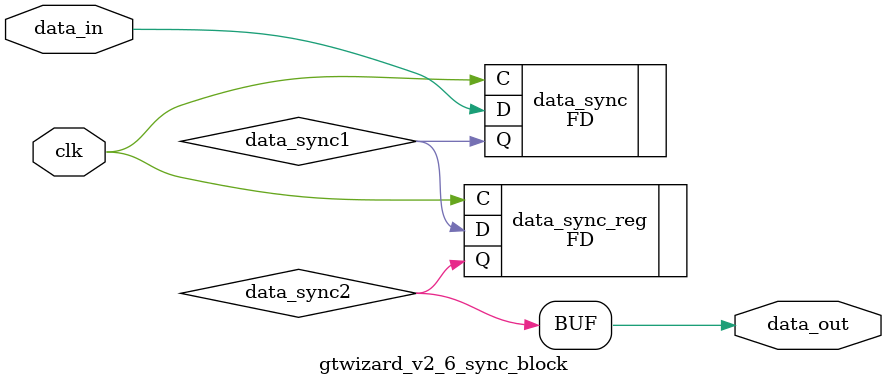
<source format=v>




`timescale 1ps / 1ps

module gtwizard_v2_6_sync_block #(
  parameter INITIALISE = 2'b00
)
(
  input        clk,              // clock to be sync'ed to
  input        data_in,          // Data to be 'synced'
  output       data_out          // synced data
);

  // Internal Signals
  wire data_sync1;
  wire data_sync2;


  (* shreg_extract = "no", ASYNC_REG = "TRUE" *)
  FD #(
    .INIT (INITIALISE[0])
  ) data_sync (
    .C  (clk),
    .D  (data_in),
    .Q  (data_sync1)
  );


  (* shreg_extract = "no", ASYNC_REG = "TRUE" *)
  FD #(
   .INIT (INITIALISE[1])
  ) data_sync_reg (
  .C  (clk),
  .D  (data_sync1),
  .Q  (data_sync2)
  );


  assign data_out = data_sync2;


endmodule



</source>
